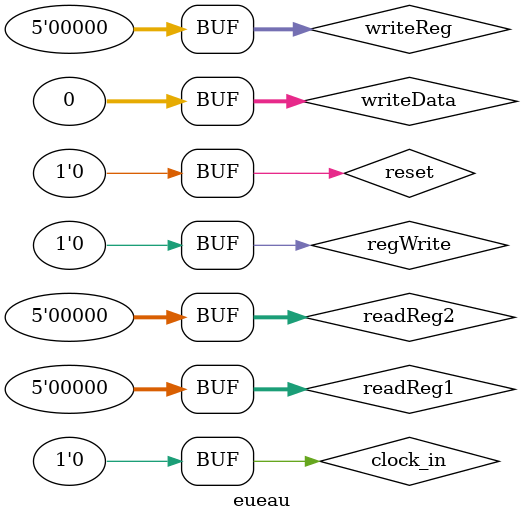
<source format=v>
`timescale 1ns / 1ps


module eueau;

	// Inputs
	reg clock_in;
	reg regWrite;
	reg [4:0] readReg1;
	reg [4:0] readReg2;
	reg [4:0] writeReg;
	reg [31:0] writeData;
	reg reset;

	// Outputs
	wire [31:0] readData1;
	wire [31:0] readData2;

	// Instantiate the Unit Under Test (UUT)
	Register uut (
		.clock_in(clock_in), 
		.regWrite(regWrite), 
		.readReg1(readReg1), 
		.readReg2(readReg2), 
		.writeReg(writeReg), 
		.writeData(writeData), 
		.reset(reset), 
		.readData1(readData1), 
		.readData2(readData2)
	);

	initial begin
		// Initialize Inputs
		clock_in = 0;
		regWrite = 0;
		readReg1 = 0;
		readReg2 = 0;
		writeReg = 0;
		writeData = 0;
		reset = 0;

		// Wait 100 ns for global reset to finish
		#100;
        
		// Add stimulus here

	end
      
endmodule


</source>
